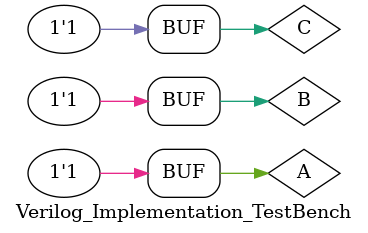
<source format=v>
`timescale 1ns / 1ps


module Verilog_Implementation_TestBench;

	// Inputs
	reg A;
	reg B;
	reg C;

	// Outputs
	wire F;

	// Instantiate the Unit Under Test (UUT)
	Verilog_Implementation uut (
		.A(A), 
		.B(B), 
		.C(C), 
		.F(F)
	);

	initial begin
		// Initialize Inputs
		A = 0; B = 0; C = 0;
		#100;
		A = 0; B = 0; C = 1;
		#100;
		A = 0; B = 1; C = 0;
		#100;
		A = 0; B = 1; C = 1;
		#100;
		A = 1; B = 0; C = 0;
		#100;
		A = 1; B = 0; C = 1;
		#100;
		A = 1; B = 1; C = 0;
		#100;
		A = 1; B = 1; C = 1;
		#100;        
		// Add stimulus here

	end
      
endmodule


</source>
